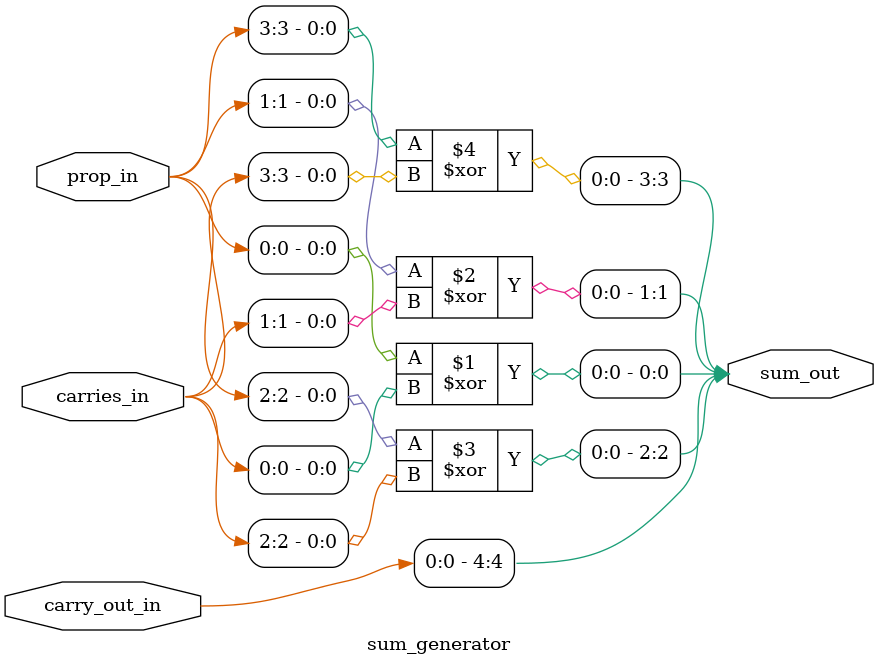
<source format=sv>
module adder_11 (
  input [3:0] a,
  input [3:0] b,
  output [4:0] sum
);

  // Internal wires connecting sub-modules
  wire [3:0] w_gen_initial;  // Initial generate signals
  wire [3:0] w_prop_initial; // Initial propagate signals
  wire [3:0] w_gen_L2;       // Generate signals from final prefix layer
  wire [3:0] w_prop_L2;      // Propagate signals from final prefix layer
  wire [3:0] w_carries;      // Carry-in to each bit position
  wire       w_carry_out;    // Carry out of the most significant bit

  // Instantiate sub-modules

  // 1. Generate initial G and P signals from inputs a and b
  gp_generator u_gp_gen (
    .a_in    (a),
    .b_in    (b),
    .gen_out (w_gen_initial),
    .prop_out(w_prop_initial)
  );

  // 2. Compute prefix G and P signals using the Kogge-Stone network structure
  // This module implements the layered black/white cell logic
  kogge_stone_prefix_network u_prefix_net (
    .gen_in    (w_gen_initial),
    .prop_in   (w_prop_initial),
    .gen_L2_out(w_gen_L2),
    .prop_L2_out(w_prop_L2) // Propagate signals are not strictly needed for carries but kept for completeness
  );

  // 3. Generate carries for each bit position based on the final prefix G signals
  // The carries are derived from the results of the prefix network
  carry_generator u_carry_gen (
    .gen_L2_in  (w_gen_L2),      // Final generate signals from prefix network
    .carries_out(w_carries),     // Carry into each bit (carries_out[i] is C[i-1])
    .carry_out  (w_carry_out)    // Carry out of the MSB (C[3])
  );

  // 4. Compute the final sum bits using initial propagate signals and carries
  sum_generator u_sum_gen (
    .prop_in    (w_prop_initial),// Initial propagate signals
    .carries_in (w_carries),     // Carry into each bit position
    .carry_out_in(w_carry_out),  // Carry out of the MSB
    .sum_out    (sum)            // Final sum including carry out
  );

endmodule

// Sub-module: Generates initial Generate (a&b) and Propagate (a^b) signals for each bit
module gp_generator (
  input [3:0] a_in,
  input [3:0] b_in,
  output [3:0] gen_out,  // a_in[i] & b_in[i]
  output [3:0] prop_out  // a_in[i] ^ b_in[i]
);

  assign gen_out  = a_in & b_in;
  assign prop_out = a_in ^ b_in;

endmodule

// Sub-module: Implements the Kogge-Stone prefix network for a 4-bit adder
// Computes the prefix G and P signals across two layers (log2(4) = 2)
module kogge_stone_prefix_network (
  input [3:0] gen_in,     // Initial generate signals (G[i][0])
  input [3:0] prop_in,    // Initial propagate signals (P[i][0])
  output [3:0] gen_L2_out, // Generate signals from the final layer (G[i][2])
  output [3:0] prop_L2_out// Propagate signals from the final layer (P[i][2])
);

  // Internal signals for Layer 1 G/P (distance 2^0 = 1)
  wire [3:0] gen_L1;
  wire [3:0] prop_L1;

  // Layer 1 computation (distance 1) using black and white cells
  // G[i][1] = G[i][0] | (P[i][0] & G[i-1][0])
  // P[i][1] = P[i][0] & P[i-1][0]
  // White cells (i=0): G[0][1]=G[0][0], P[0][1]=P[0][0]
  // Black cells (i>0): Apply the recurrence
  assign gen_L1[0] = gen_in[0];
  assign prop_L1[0] = prop_in[0];
  assign gen_L1[1] = gen_in[1] | (prop_in[1] & gen_in[0]);
  assign prop_L1[1] = prop_in[1] & prop_in[0];
  assign gen_L1[2] = gen_in[2] | (prop_in[2] & gen_in[1]);
  assign prop_L1[2] = prop_in[2] & prop_in[1];
  assign gen_L1[3] = gen_in[3] | (prop_in[3] & gen_in[2]);
  assign prop_L1[3] = prop_in[3] & prop_in[2];

  // Internal signals for Layer 2 G/P (distance 2^1 = 2)
  wire [3:0] gen_L2;
  wire [3:0] prop_L2;

  // Layer 2 computation (distance 2) using black and white cells
  // G[i][2] = G[i][1] | (P[i][1] & G[i-2][1])
  // P[i][2] = P[i][1] & P[i-2][1]
  // White cells (i=0,1): G[i][2]=G[i][1], P[i][2]=P[i][1]
  // Black cells (i>1): Apply the recurrence (G[i-2][1] and P[i-2][1] are needed)
  assign gen_L2[0] = gen_L1[0];
  assign prop_L2[0] = prop_L1[0];
  assign gen_L2[1] = gen_L1[1];
  assign prop_L2[1] = prop_L1[1];
  assign gen_L2[2] = gen_L1[2] | (prop_L1[2] & gen_L1[0]); // Uses G[0][1]
  assign prop_L2[2] = prop_L1[2] & prop_L1[0];           // Uses P[0][1]
  assign gen_L2[3] = gen_L1[3] | (prop_L1[3] & gen_L1[1]); // Uses G[1][1]
  assign prop_L2[3] = prop_L1[3] & prop_L1[1];           // Uses P[1][1]

  // Output the final layer results (G[i][2] and P[i][2])
  assign gen_L2_out  = gen_L2;
  assign prop_L2_out = prop_L2;

endmodule

// Sub-module: Generates the carry-in for each bit position and the final carry-out
// Based on the final generate signals from the prefix network
module carry_generator (
  input [3:0] gen_L2_in,     // Generate signals from the final prefix layer (G[i][2])
  output [3:0] carries_out,  // Carry into bit i (carries_out[i] is C[i-1])
  output       carry_out     // Carry out of the MSB (C[3])
);

  // The carry into bit i (C[i-1]) is equal to G[i-1][log2(N)] when carry_in=0.
  // For N=4, log2(N)=2. C[i-1] = G[i-1][2].
  // carries_out[0] = C[-1] = carry_in = 0 (for simple addition)
  // carries_out[1] = C[0] = G[0][2]
  // carries_out[2] = C[1] = G[1][2]
  // carries_out[3] = C[2] = G[2][2]
  assign carries_out[0] = 1'b0; // Carry into bit 0 is always 0 for a+b
  assign carries_out[1] = gen_L2_in[0];
  assign carries_out[2] = gen_L2_in[1];
  assign carries_out[3] = gen_L2_in[2];

  // The carry out of the MSB (C[3]) is G[3][2]
  assign carry_out = gen_L2_in[3];

endmodule

// Sub-module: Generates the final sum bits
// Sum[i] = Propagate[i] ^ Carry_in[i]
module sum_generator (
  input [3:0] prop_in,     // Initial Propagate signals (a[i] ^ b[i])
  input [3:0] carries_in,  // Carry into each bit position (C[i-1])
  input       carry_out_in,// Carry out of the MSB (C[3])
  output [4:0] sum_out     // Final sum output (sum[0:3] are bit sums, sum[4] is final carry out)
);

  // Compute sum bits 0 through 3
  // sum[i] = prop_in[i] ^ carries_in[i]
  assign sum_out[0] = prop_in[0] ^ carries_in[0]; // carries_in[0] is 0, so sum_out[0] = prop_in[0]
  assign sum_out[1] = prop_in[1] ^ carries_in[1];
  assign sum_out[2] = prop_in[2] ^ carries_in[2];
  assign sum_out[3] = prop_in[3] ^ carries_in[3];

  // The most significant bit of the sum is the final carry out
  assign sum_out[4] = carry_out_in;

endmodule
</source>
